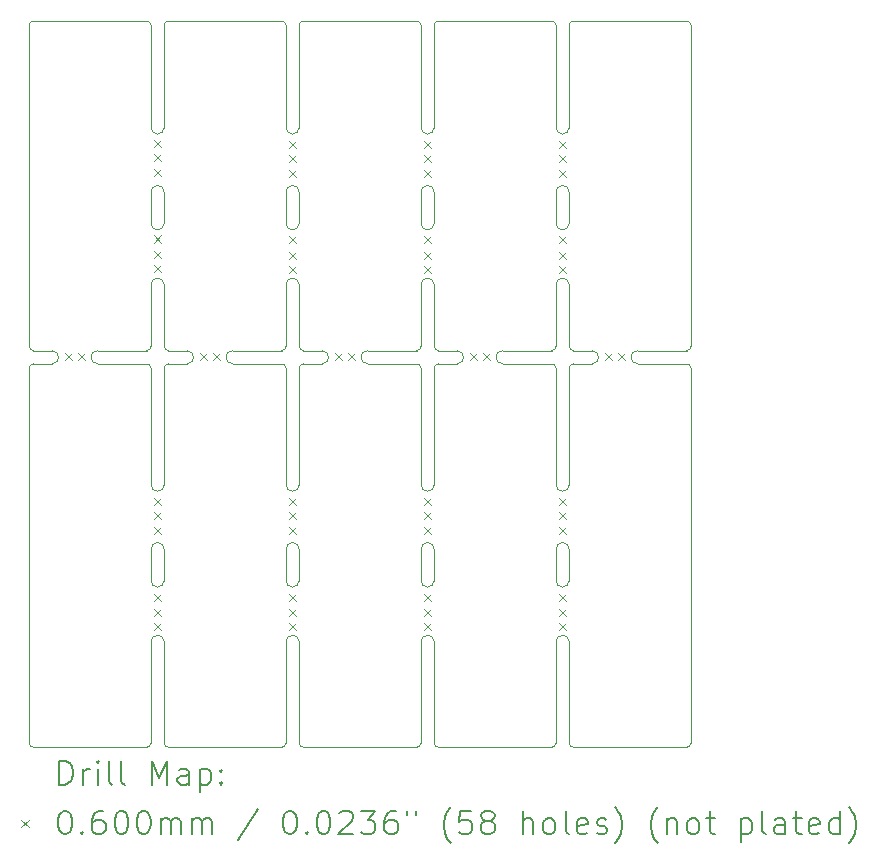
<source format=gbr>
%TF.GenerationSoftware,KiCad,Pcbnew,7.0.9*%
%TF.CreationDate,2023-12-28T16:33:40-08:00*%
%TF.ProjectId,soic breakouts,736f6963-2062-4726-9561-6b6f7574732e,rev?*%
%TF.SameCoordinates,Original*%
%TF.FileFunction,Drillmap*%
%TF.FilePolarity,Positive*%
%FSLAX45Y45*%
G04 Gerber Fmt 4.5, Leading zero omitted, Abs format (unit mm)*
G04 Created by KiCad (PCBNEW 7.0.9) date 2023-12-28 16:33:40*
%MOMM*%
%LPD*%
G01*
G04 APERTURE LIST*
%ADD10C,0.100000*%
%ADD11C,0.200000*%
G04 APERTURE END LIST*
D10*
X14170660Y-5839460D02*
X14587220Y-5839460D01*
X14170660Y-5839460D02*
G75*
G03*
X14170660Y-5951220I0J-55880D01*
G01*
X14587220Y-5951220D02*
X14170660Y-5951220D01*
X13784580Y-5839460D02*
X13627100Y-5839460D01*
X13784580Y-5951220D02*
G75*
G03*
X13784580Y-5839460I0J55880D01*
G01*
X13784580Y-5951220D02*
X13627100Y-5951220D01*
X13027660Y-5839460D02*
X13444220Y-5839460D01*
X12641580Y-5951220D02*
X12484100Y-5951220D01*
X13027660Y-5839460D02*
G75*
G03*
X13027660Y-5951220I0J-55880D01*
G01*
X13444220Y-5951220D02*
X13027660Y-5951220D01*
X12641580Y-5839460D02*
X12484100Y-5839460D01*
X12641580Y-5951220D02*
G75*
G03*
X12641580Y-5839460I0J55880D01*
G01*
X11884660Y-5839460D02*
G75*
G03*
X11884660Y-5951220I0J-55880D01*
G01*
X11884660Y-5839460D02*
X12301220Y-5839460D01*
X11498580Y-5951220D02*
X11341100Y-5951220D01*
X11498580Y-5839460D02*
X11341100Y-5839460D01*
X12301220Y-5951220D02*
X11884660Y-5951220D01*
X11498580Y-5951220D02*
G75*
G03*
X11498580Y-5839460I0J55880D01*
G01*
X10741660Y-5839460D02*
G75*
G03*
X10741660Y-5951220I0J-55880D01*
G01*
X10355580Y-5839460D02*
X10198100Y-5839460D01*
X10355580Y-5951220D02*
X10198100Y-5951220D01*
X10741660Y-5839460D02*
X11158220Y-5839460D01*
X10355580Y-5951220D02*
G75*
G03*
X10355580Y-5839460I0J55880D01*
G01*
X11158220Y-5951220D02*
X10741660Y-5951220D01*
X10015220Y-5951220D02*
X9598660Y-5951220D01*
X9598660Y-5839460D02*
X10015220Y-5839460D01*
X9212580Y-5951220D02*
X9055100Y-5951220D01*
X9212580Y-5839460D02*
X9055100Y-5839460D01*
X9598660Y-5839460D02*
G75*
G03*
X9598660Y-5951220I0J-55880D01*
G01*
X9212580Y-5951220D02*
G75*
G03*
X9212580Y-5839460I0J55880D01*
G01*
X13591540Y-7786513D02*
X13591540Y-7519813D01*
X13479780Y-7519813D02*
X13479780Y-7786513D01*
X13479780Y-7786513D02*
G75*
G03*
X13535660Y-7842393I55880J0D01*
G01*
X13479780Y-6974840D02*
G75*
G03*
X13535660Y-7030720I55880J0D01*
G01*
X13535660Y-7030720D02*
G75*
G03*
X13591540Y-6974840I0J55880D01*
G01*
X13591540Y-7519813D02*
G75*
G03*
X13535660Y-7463933I-55880J0D01*
G01*
X13591540Y-8304673D02*
G75*
G03*
X13535660Y-8248793I-55880J0D01*
G01*
X13535660Y-7842393D02*
G75*
G03*
X13591540Y-7786513I0J55880D01*
G01*
X13591540Y-8304673D02*
X13591540Y-9161780D01*
X13479780Y-9161780D02*
X13479780Y-8304673D01*
X13535660Y-8248793D02*
G75*
G03*
X13479780Y-8304673I0J-55880D01*
G01*
X13535660Y-7463933D02*
G75*
G03*
X13479780Y-7519813I0J-55880D01*
G01*
X13591540Y-6974840D02*
X13591540Y-5986780D01*
X13479780Y-5986780D02*
X13479780Y-6974840D01*
X12448540Y-7786513D02*
X12448540Y-7519813D01*
X12336780Y-7519813D02*
X12336780Y-7786513D01*
X12448540Y-8304673D02*
G75*
G03*
X12392660Y-8248793I-55880J0D01*
G01*
X12336780Y-7786513D02*
G75*
G03*
X12392660Y-7842393I55880J0D01*
G01*
X12336780Y-6974840D02*
G75*
G03*
X12392660Y-7030720I55880J0D01*
G01*
X12392660Y-7030720D02*
G75*
G03*
X12448540Y-6974840I0J55880D01*
G01*
X12448540Y-6974840D02*
X12448540Y-5986780D01*
X12448540Y-7519813D02*
G75*
G03*
X12392660Y-7463933I-55880J0D01*
G01*
X12392660Y-7842393D02*
G75*
G03*
X12448540Y-7786513I0J55880D01*
G01*
X12448540Y-8304673D02*
X12448540Y-9161780D01*
X12336780Y-9161780D02*
X12336780Y-8304673D01*
X12392660Y-8248793D02*
G75*
G03*
X12336780Y-8304673I0J-55880D01*
G01*
X12392660Y-7463933D02*
G75*
G03*
X12336780Y-7519813I0J-55880D01*
G01*
X12336780Y-5986780D02*
X12336780Y-6974840D01*
X11305540Y-7786513D02*
X11305540Y-7519813D01*
X11193780Y-7519813D02*
X11193780Y-7786513D01*
X11305540Y-8304673D02*
G75*
G03*
X11249660Y-8248793I-55880J0D01*
G01*
X11193780Y-7786513D02*
G75*
G03*
X11249660Y-7842393I55880J0D01*
G01*
X11193780Y-6974840D02*
G75*
G03*
X11249660Y-7030720I55880J0D01*
G01*
X11249660Y-7030720D02*
G75*
G03*
X11305540Y-6974840I0J55880D01*
G01*
X11305540Y-6974840D02*
X11305540Y-5986780D01*
X11305540Y-7519813D02*
G75*
G03*
X11249660Y-7463933I-55880J0D01*
G01*
X11249660Y-7842393D02*
G75*
G03*
X11305540Y-7786513I0J55880D01*
G01*
X11305540Y-8304673D02*
X11305540Y-9161780D01*
X11193780Y-9161780D02*
X11193780Y-8304673D01*
X11249660Y-8248793D02*
G75*
G03*
X11193780Y-8304673I0J-55880D01*
G01*
X11249660Y-7463933D02*
G75*
G03*
X11193780Y-7519813I0J-55880D01*
G01*
X11193780Y-5986780D02*
X11193780Y-6974840D01*
X11193780Y-5986780D02*
G75*
G03*
X11158220Y-5951220I-35560J0D01*
G01*
X10198100Y-5951220D02*
G75*
G03*
X10162540Y-5986780I0J-35560D01*
G01*
X10162540Y-9161780D02*
G75*
G03*
X10198100Y-9197340I35560J0D01*
G01*
X11158220Y-9197340D02*
G75*
G03*
X11193780Y-9161780I0J35560D01*
G01*
X10198100Y-9197340D02*
X11158220Y-9197340D01*
X10106660Y-7030720D02*
G75*
G03*
X10162540Y-6974840I0J55880D01*
G01*
X10106660Y-7842393D02*
G75*
G03*
X10162540Y-7786513I0J55880D01*
G01*
X10162540Y-8304673D02*
G75*
G03*
X10106660Y-8248793I-55880J0D01*
G01*
X10162540Y-7519813D02*
G75*
G03*
X10106660Y-7463933I-55880J0D01*
G01*
X10162540Y-8304673D02*
X10162540Y-9161780D01*
X10050780Y-9161780D02*
X10050780Y-8304673D01*
X10050780Y-7786513D02*
G75*
G03*
X10106660Y-7842393I55880J0D01*
G01*
X10050780Y-6974840D02*
G75*
G03*
X10106660Y-7030720I55880J0D01*
G01*
X10162540Y-7786513D02*
X10162540Y-7519813D01*
X10050780Y-5986780D02*
X10050780Y-6974840D01*
X10106660Y-8248793D02*
G75*
G03*
X10050780Y-8304673I0J-55880D01*
G01*
X10106660Y-7463933D02*
G75*
G03*
X10050780Y-7519813I0J-55880D01*
G01*
X10162540Y-6974840D02*
X10162540Y-5986780D01*
X10050780Y-7519813D02*
X10050780Y-7786513D01*
X13627100Y-9197340D02*
X14587220Y-9197340D01*
X14587220Y-9197340D02*
G75*
G03*
X14622780Y-9161780I0J35560D01*
G01*
X14622780Y-9161780D02*
X14622780Y-5986780D01*
X14622780Y-5986780D02*
G75*
G03*
X14587220Y-5951220I-35560J0D01*
G01*
X13627100Y-5951220D02*
G75*
G03*
X13591540Y-5986780I0J-35560D01*
G01*
X13591540Y-9161780D02*
G75*
G03*
X13627100Y-9197340I35560J0D01*
G01*
X11341100Y-9197340D02*
X12301220Y-9197340D01*
X12301220Y-9197340D02*
G75*
G03*
X12336780Y-9161780I0J35560D01*
G01*
X12336780Y-5986780D02*
G75*
G03*
X12301220Y-5951220I-35560J0D01*
G01*
X11305540Y-9161780D02*
G75*
G03*
X11341100Y-9197340I35560J0D01*
G01*
X11341100Y-5951220D02*
G75*
G03*
X11305540Y-5986780I0J-35560D01*
G01*
X12484100Y-9197340D02*
X13444220Y-9197340D01*
X13444220Y-9197340D02*
G75*
G03*
X13479780Y-9161780I0J35560D01*
G01*
X12484100Y-5951220D02*
G75*
G03*
X12448540Y-5986780I0J-35560D01*
G01*
X13479780Y-5986780D02*
G75*
G03*
X13444220Y-5951220I-35560J0D01*
G01*
X12448540Y-9161780D02*
G75*
G03*
X12484100Y-9197340I35560J0D01*
G01*
X9055100Y-9197340D02*
X10015220Y-9197340D01*
X10015220Y-9197340D02*
G75*
G03*
X10050780Y-9161780I0J35560D01*
G01*
X10050780Y-5986780D02*
G75*
G03*
X10015220Y-5951220I-35560J0D01*
G01*
X9019540Y-9161780D02*
G75*
G03*
X9055100Y-9197340I35560J0D01*
G01*
X9055100Y-5951220D02*
G75*
G03*
X9019540Y-5986780I0J-35560D01*
G01*
X9019540Y-5986780D02*
X9019540Y-9161780D01*
X10162540Y-5280660D02*
G75*
G03*
X10106660Y-5224780I-55880J0D01*
G01*
X10106660Y-4818380D02*
G75*
G03*
X10162540Y-4762500I0J55880D01*
G01*
X10162540Y-4495800D02*
G75*
G03*
X10106660Y-4439920I-55880J0D01*
G01*
X10106660Y-4006707D02*
G75*
G03*
X10162540Y-3950827I0J55880D01*
G01*
X10106660Y-5224780D02*
G75*
G03*
X10050780Y-5280660I0J-55880D01*
G01*
X10106660Y-4439920D02*
G75*
G03*
X10050780Y-4495800I0J-55880D01*
G01*
X10050780Y-4762500D02*
G75*
G03*
X10106660Y-4818380I55880J0D01*
G01*
X10050780Y-3950827D02*
G75*
G03*
X10106660Y-4006707I55880J0D01*
G01*
X10050780Y-4495800D02*
X10050780Y-4762500D01*
X10050780Y-5803900D02*
X10050780Y-5280660D01*
X10162540Y-5280660D02*
X10162540Y-5803900D01*
X10162540Y-4762500D02*
X10162540Y-4495800D01*
X10050780Y-3083560D02*
G75*
G03*
X10015220Y-3048000I-35560J0D01*
G01*
X9019540Y-5803900D02*
X9019540Y-3083560D01*
X9019540Y-5803900D02*
G75*
G03*
X9055100Y-5839460I35560J0D01*
G01*
X9055100Y-3048000D02*
G75*
G03*
X9019540Y-3083560I0J-35560D01*
G01*
X10015220Y-5839460D02*
G75*
G03*
X10050780Y-5803900I0J35560D01*
G01*
X9055100Y-3048000D02*
X10015220Y-3048000D01*
X10050780Y-3083560D02*
X10050780Y-3950827D01*
X10162540Y-3950827D02*
X10162540Y-3083560D01*
X12448540Y-5803900D02*
X12448540Y-5280660D01*
X12336780Y-5280660D02*
X12336780Y-5803900D01*
X12448540Y-3083560D02*
X12448540Y-3950827D01*
X12336780Y-3950827D02*
X12336780Y-3083560D01*
X12448540Y-5280660D02*
G75*
G03*
X12392660Y-5224780I-55880J0D01*
G01*
X12392660Y-5224780D02*
G75*
G03*
X12336780Y-5280660I0J-55880D01*
G01*
X12448540Y-4495800D02*
G75*
G03*
X12392660Y-4439920I-55880J0D01*
G01*
X12392660Y-4439920D02*
G75*
G03*
X12336780Y-4495800I0J-55880D01*
G01*
X12336780Y-4762500D02*
G75*
G03*
X12392660Y-4818380I55880J0D01*
G01*
X12392660Y-4818380D02*
G75*
G03*
X12448540Y-4762500I0J55880D01*
G01*
X12336780Y-3950827D02*
G75*
G03*
X12392660Y-4006707I55880J0D01*
G01*
X12392660Y-4006707D02*
G75*
G03*
X12448540Y-3950827I0J55880D01*
G01*
X12336780Y-4495800D02*
X12336780Y-4762500D01*
X12448540Y-4762500D02*
X12448540Y-4495800D01*
X14622780Y-3083560D02*
G75*
G03*
X14587220Y-3048000I-35560J0D01*
G01*
X13627100Y-3048000D02*
X14587220Y-3048000D01*
X14622780Y-3083560D02*
X14622780Y-5803900D01*
X13591540Y-5803900D02*
G75*
G03*
X13627100Y-5839460I35560J0D01*
G01*
X14587220Y-5839460D02*
G75*
G03*
X14622780Y-5803900I0J35560D01*
G01*
X13627100Y-3048000D02*
G75*
G03*
X13591540Y-3083560I0J-35560D01*
G01*
X13591540Y-5280660D02*
G75*
G03*
X13535660Y-5224780I-55880J0D01*
G01*
X13535660Y-5224780D02*
G75*
G03*
X13479780Y-5280660I0J-55880D01*
G01*
X13591540Y-4495800D02*
G75*
G03*
X13535660Y-4439920I-55880J0D01*
G01*
X13535660Y-4439920D02*
G75*
G03*
X13479780Y-4495800I0J-55880D01*
G01*
X13479780Y-4762500D02*
G75*
G03*
X13535660Y-4818380I55880J0D01*
G01*
X13535660Y-4818380D02*
G75*
G03*
X13591540Y-4762500I0J55880D01*
G01*
X13479780Y-3950827D02*
G75*
G03*
X13535660Y-4006707I55880J0D01*
G01*
X13535660Y-4006707D02*
G75*
G03*
X13591540Y-3950827I0J55880D01*
G01*
X13479780Y-4495800D02*
X13479780Y-4762500D01*
X13479780Y-5803900D02*
X13479780Y-5280660D01*
X13591540Y-5280660D02*
X13591540Y-5803900D01*
X13591540Y-4762500D02*
X13591540Y-4495800D01*
X13479780Y-3083560D02*
G75*
G03*
X13444220Y-3048000I-35560J0D01*
G01*
X12448540Y-5803900D02*
G75*
G03*
X12484100Y-5839460I35560J0D01*
G01*
X12484100Y-3048000D02*
G75*
G03*
X12448540Y-3083560I0J-35560D01*
G01*
X13444220Y-5839460D02*
G75*
G03*
X13479780Y-5803900I0J35560D01*
G01*
X12484100Y-3048000D02*
X13444220Y-3048000D01*
X13479780Y-3083560D02*
X13479780Y-3950827D01*
X13591540Y-3950827D02*
X13591540Y-3083560D01*
X11305540Y-5280660D02*
G75*
G03*
X11249660Y-5224780I-55880J0D01*
G01*
X11249660Y-5224780D02*
G75*
G03*
X11193780Y-5280660I0J-55880D01*
G01*
X11305540Y-4495800D02*
G75*
G03*
X11249660Y-4439920I-55880J0D01*
G01*
X11249660Y-4439920D02*
G75*
G03*
X11193780Y-4495800I0J-55880D01*
G01*
X11193780Y-4762500D02*
G75*
G03*
X11249660Y-4818380I55880J0D01*
G01*
X11249660Y-4818380D02*
G75*
G03*
X11305540Y-4762500I0J55880D01*
G01*
X11193780Y-3950827D02*
G75*
G03*
X11249660Y-4006707I55880J0D01*
G01*
X11249660Y-4006707D02*
G75*
G03*
X11305540Y-3950827I0J55880D01*
G01*
X11305540Y-4762500D02*
X11305540Y-4495800D01*
X11193780Y-4495800D02*
X11193780Y-4762500D01*
X11193780Y-5803900D02*
X11193780Y-5280660D01*
X11305540Y-5280660D02*
X11305540Y-5803900D01*
X11305540Y-3950827D02*
X11305540Y-3083560D01*
X11193780Y-3083560D02*
X11193780Y-3950827D01*
X12336780Y-3083560D02*
G75*
G03*
X12301220Y-3048000I-35560J0D01*
G01*
X11305540Y-5803900D02*
G75*
G03*
X11341100Y-5839460I35560J0D01*
G01*
X11341100Y-3048000D02*
X12301220Y-3048000D01*
X11341100Y-3048000D02*
G75*
G03*
X11305540Y-3083560I0J-35560D01*
G01*
X12301220Y-5839460D02*
G75*
G03*
X12336780Y-5803900I0J35560D01*
G01*
X11193780Y-3083560D02*
G75*
G03*
X11158220Y-3048000I-35560J0D01*
G01*
X10162540Y-5803900D02*
G75*
G03*
X10198100Y-5839460I35560J0D01*
G01*
X11158220Y-5839460D02*
G75*
G03*
X11193780Y-5803900I0J35560D01*
G01*
X10198100Y-3048000D02*
X11158220Y-3048000D01*
X10198100Y-3048000D02*
G75*
G03*
X10162540Y-3083560I0J-35560D01*
G01*
D11*
D10*
X9319740Y-5862800D02*
X9379740Y-5922800D01*
X9379740Y-5862800D02*
X9319740Y-5922800D01*
X9431500Y-5862800D02*
X9491500Y-5922800D01*
X9491500Y-5862800D02*
X9431500Y-5922800D01*
X10074120Y-4056860D02*
X10134120Y-4116860D01*
X10134120Y-4056860D02*
X10074120Y-4116860D01*
X10074120Y-4176240D02*
X10134120Y-4236240D01*
X10134120Y-4176240D02*
X10074120Y-4236240D01*
X10074120Y-4303240D02*
X10134120Y-4363240D01*
X10134120Y-4303240D02*
X10074120Y-4363240D01*
X10074120Y-7089620D02*
X10134120Y-7149620D01*
X10134120Y-7089620D02*
X10074120Y-7149620D01*
X10074120Y-7209000D02*
X10134120Y-7269000D01*
X10134120Y-7209000D02*
X10074120Y-7269000D01*
X10074120Y-7336000D02*
X10134120Y-7396000D01*
X10134120Y-7336000D02*
X10074120Y-7396000D01*
X10076660Y-4864580D02*
X10136660Y-4924580D01*
X10136660Y-4864580D02*
X10076660Y-4924580D01*
X10076660Y-4996660D02*
X10136660Y-5056660D01*
X10136660Y-4996660D02*
X10076660Y-5056660D01*
X10076660Y-5113500D02*
X10136660Y-5173500D01*
X10136660Y-5113500D02*
X10076660Y-5173500D01*
X10076660Y-7897340D02*
X10136660Y-7957340D01*
X10136660Y-7897340D02*
X10076660Y-7957340D01*
X10076660Y-8029420D02*
X10136660Y-8089420D01*
X10136660Y-8029420D02*
X10076660Y-8089420D01*
X10076660Y-8146260D02*
X10136660Y-8206260D01*
X10136660Y-8146260D02*
X10076660Y-8206260D01*
X10462740Y-5862800D02*
X10522740Y-5922800D01*
X10522740Y-5862800D02*
X10462740Y-5922800D01*
X10574500Y-5862800D02*
X10634500Y-5922800D01*
X10634500Y-5862800D02*
X10574500Y-5922800D01*
X11217120Y-7089620D02*
X11277120Y-7149620D01*
X11277120Y-7089620D02*
X11217120Y-7149620D01*
X11217120Y-7209000D02*
X11277120Y-7269000D01*
X11277120Y-7209000D02*
X11217120Y-7269000D01*
X11217120Y-7336000D02*
X11277120Y-7396000D01*
X11277120Y-7336000D02*
X11217120Y-7396000D01*
X11219660Y-4064480D02*
X11279660Y-4124480D01*
X11279660Y-4064480D02*
X11219660Y-4124480D01*
X11219660Y-4183860D02*
X11279660Y-4243860D01*
X11279660Y-4183860D02*
X11219660Y-4243860D01*
X11219660Y-4310860D02*
X11279660Y-4370860D01*
X11279660Y-4310860D02*
X11219660Y-4370860D01*
X11219660Y-7897340D02*
X11279660Y-7957340D01*
X11279660Y-7897340D02*
X11219660Y-7957340D01*
X11219660Y-8029420D02*
X11279660Y-8089420D01*
X11279660Y-8029420D02*
X11219660Y-8089420D01*
X11219660Y-8146260D02*
X11279660Y-8206260D01*
X11279660Y-8146260D02*
X11219660Y-8206260D01*
X11222200Y-4872200D02*
X11282200Y-4932200D01*
X11282200Y-4872200D02*
X11222200Y-4932200D01*
X11222200Y-5004280D02*
X11282200Y-5064280D01*
X11282200Y-5004280D02*
X11222200Y-5064280D01*
X11222200Y-5121120D02*
X11282200Y-5181120D01*
X11282200Y-5121120D02*
X11222200Y-5181120D01*
X11605740Y-5862800D02*
X11665740Y-5922800D01*
X11665740Y-5862800D02*
X11605740Y-5922800D01*
X11717500Y-5862800D02*
X11777500Y-5922800D01*
X11777500Y-5862800D02*
X11717500Y-5922800D01*
X12360120Y-4064480D02*
X12420120Y-4124480D01*
X12420120Y-4064480D02*
X12360120Y-4124480D01*
X12360120Y-4183860D02*
X12420120Y-4243860D01*
X12420120Y-4183860D02*
X12360120Y-4243860D01*
X12360120Y-4310860D02*
X12420120Y-4370860D01*
X12420120Y-4310860D02*
X12360120Y-4370860D01*
X12360120Y-7089620D02*
X12420120Y-7149620D01*
X12420120Y-7089620D02*
X12360120Y-7149620D01*
X12360120Y-7209000D02*
X12420120Y-7269000D01*
X12420120Y-7209000D02*
X12360120Y-7269000D01*
X12360120Y-7336000D02*
X12420120Y-7396000D01*
X12420120Y-7336000D02*
X12360120Y-7396000D01*
X12362660Y-4872200D02*
X12422660Y-4932200D01*
X12422660Y-4872200D02*
X12362660Y-4932200D01*
X12362660Y-5004280D02*
X12422660Y-5064280D01*
X12422660Y-5004280D02*
X12362660Y-5064280D01*
X12362660Y-5121120D02*
X12422660Y-5181120D01*
X12422660Y-5121120D02*
X12362660Y-5181120D01*
X12362660Y-7897340D02*
X12422660Y-7957340D01*
X12422660Y-7897340D02*
X12362660Y-7957340D01*
X12362660Y-8029420D02*
X12422660Y-8089420D01*
X12422660Y-8029420D02*
X12362660Y-8089420D01*
X12362660Y-8146260D02*
X12422660Y-8206260D01*
X12422660Y-8146260D02*
X12362660Y-8206260D01*
X12748740Y-5862800D02*
X12808740Y-5922800D01*
X12808740Y-5862800D02*
X12748740Y-5922800D01*
X12860500Y-5862800D02*
X12920500Y-5922800D01*
X12920500Y-5862800D02*
X12860500Y-5922800D01*
X13505660Y-4064480D02*
X13565660Y-4124480D01*
X13565660Y-4064480D02*
X13505660Y-4124480D01*
X13505660Y-4183860D02*
X13565660Y-4243860D01*
X13565660Y-4183860D02*
X13505660Y-4243860D01*
X13505660Y-4310860D02*
X13565660Y-4370860D01*
X13565660Y-4310860D02*
X13505660Y-4370860D01*
X13505660Y-7089620D02*
X13565660Y-7149620D01*
X13565660Y-7089620D02*
X13505660Y-7149620D01*
X13505660Y-7209000D02*
X13565660Y-7269000D01*
X13565660Y-7209000D02*
X13505660Y-7269000D01*
X13505660Y-7336000D02*
X13565660Y-7396000D01*
X13565660Y-7336000D02*
X13505660Y-7396000D01*
X13508200Y-4872200D02*
X13568200Y-4932200D01*
X13568200Y-4872200D02*
X13508200Y-4932200D01*
X13508200Y-5004280D02*
X13568200Y-5064280D01*
X13568200Y-5004280D02*
X13508200Y-5064280D01*
X13508200Y-5121120D02*
X13568200Y-5181120D01*
X13568200Y-5121120D02*
X13508200Y-5181120D01*
X13508200Y-7897340D02*
X13568200Y-7957340D01*
X13568200Y-7897340D02*
X13508200Y-7957340D01*
X13508200Y-8029420D02*
X13568200Y-8089420D01*
X13568200Y-8029420D02*
X13508200Y-8089420D01*
X13508200Y-8146260D02*
X13568200Y-8206260D01*
X13568200Y-8146260D02*
X13508200Y-8206260D01*
X13891740Y-5862800D02*
X13951740Y-5922800D01*
X13951740Y-5862800D02*
X13891740Y-5922800D01*
X14003500Y-5862800D02*
X14063500Y-5922800D01*
X14063500Y-5862800D02*
X14003500Y-5922800D01*
D11*
X9275317Y-9513824D02*
X9275317Y-9313824D01*
X9275317Y-9313824D02*
X9322936Y-9313824D01*
X9322936Y-9313824D02*
X9351507Y-9323348D01*
X9351507Y-9323348D02*
X9370555Y-9342395D01*
X9370555Y-9342395D02*
X9380079Y-9361443D01*
X9380079Y-9361443D02*
X9389603Y-9399538D01*
X9389603Y-9399538D02*
X9389603Y-9428110D01*
X9389603Y-9428110D02*
X9380079Y-9466205D01*
X9380079Y-9466205D02*
X9370555Y-9485252D01*
X9370555Y-9485252D02*
X9351507Y-9504300D01*
X9351507Y-9504300D02*
X9322936Y-9513824D01*
X9322936Y-9513824D02*
X9275317Y-9513824D01*
X9475317Y-9513824D02*
X9475317Y-9380490D01*
X9475317Y-9418586D02*
X9484841Y-9399538D01*
X9484841Y-9399538D02*
X9494364Y-9390014D01*
X9494364Y-9390014D02*
X9513412Y-9380490D01*
X9513412Y-9380490D02*
X9532460Y-9380490D01*
X9599126Y-9513824D02*
X9599126Y-9380490D01*
X9599126Y-9313824D02*
X9589603Y-9323348D01*
X9589603Y-9323348D02*
X9599126Y-9332871D01*
X9599126Y-9332871D02*
X9608650Y-9323348D01*
X9608650Y-9323348D02*
X9599126Y-9313824D01*
X9599126Y-9313824D02*
X9599126Y-9332871D01*
X9722936Y-9513824D02*
X9703888Y-9504300D01*
X9703888Y-9504300D02*
X9694364Y-9485252D01*
X9694364Y-9485252D02*
X9694364Y-9313824D01*
X9827698Y-9513824D02*
X9808650Y-9504300D01*
X9808650Y-9504300D02*
X9799126Y-9485252D01*
X9799126Y-9485252D02*
X9799126Y-9313824D01*
X10056269Y-9513824D02*
X10056269Y-9313824D01*
X10056269Y-9313824D02*
X10122936Y-9456681D01*
X10122936Y-9456681D02*
X10189603Y-9313824D01*
X10189603Y-9313824D02*
X10189603Y-9513824D01*
X10370555Y-9513824D02*
X10370555Y-9409062D01*
X10370555Y-9409062D02*
X10361031Y-9390014D01*
X10361031Y-9390014D02*
X10341984Y-9380490D01*
X10341984Y-9380490D02*
X10303888Y-9380490D01*
X10303888Y-9380490D02*
X10284841Y-9390014D01*
X10370555Y-9504300D02*
X10351507Y-9513824D01*
X10351507Y-9513824D02*
X10303888Y-9513824D01*
X10303888Y-9513824D02*
X10284841Y-9504300D01*
X10284841Y-9504300D02*
X10275317Y-9485252D01*
X10275317Y-9485252D02*
X10275317Y-9466205D01*
X10275317Y-9466205D02*
X10284841Y-9447157D01*
X10284841Y-9447157D02*
X10303888Y-9437633D01*
X10303888Y-9437633D02*
X10351507Y-9437633D01*
X10351507Y-9437633D02*
X10370555Y-9428110D01*
X10465793Y-9380490D02*
X10465793Y-9580490D01*
X10465793Y-9390014D02*
X10484841Y-9380490D01*
X10484841Y-9380490D02*
X10522936Y-9380490D01*
X10522936Y-9380490D02*
X10541984Y-9390014D01*
X10541984Y-9390014D02*
X10551507Y-9399538D01*
X10551507Y-9399538D02*
X10561031Y-9418586D01*
X10561031Y-9418586D02*
X10561031Y-9475729D01*
X10561031Y-9475729D02*
X10551507Y-9494776D01*
X10551507Y-9494776D02*
X10541984Y-9504300D01*
X10541984Y-9504300D02*
X10522936Y-9513824D01*
X10522936Y-9513824D02*
X10484841Y-9513824D01*
X10484841Y-9513824D02*
X10465793Y-9504300D01*
X10646745Y-9494776D02*
X10656269Y-9504300D01*
X10656269Y-9504300D02*
X10646745Y-9513824D01*
X10646745Y-9513824D02*
X10637222Y-9504300D01*
X10637222Y-9504300D02*
X10646745Y-9494776D01*
X10646745Y-9494776D02*
X10646745Y-9513824D01*
X10646745Y-9390014D02*
X10656269Y-9399538D01*
X10656269Y-9399538D02*
X10646745Y-9409062D01*
X10646745Y-9409062D02*
X10637222Y-9399538D01*
X10637222Y-9399538D02*
X10646745Y-9390014D01*
X10646745Y-9390014D02*
X10646745Y-9409062D01*
D10*
X8954540Y-9812340D02*
X9014540Y-9872340D01*
X9014540Y-9812340D02*
X8954540Y-9872340D01*
D11*
X9313412Y-9733824D02*
X9332460Y-9733824D01*
X9332460Y-9733824D02*
X9351507Y-9743348D01*
X9351507Y-9743348D02*
X9361031Y-9752871D01*
X9361031Y-9752871D02*
X9370555Y-9771919D01*
X9370555Y-9771919D02*
X9380079Y-9810014D01*
X9380079Y-9810014D02*
X9380079Y-9857633D01*
X9380079Y-9857633D02*
X9370555Y-9895729D01*
X9370555Y-9895729D02*
X9361031Y-9914776D01*
X9361031Y-9914776D02*
X9351507Y-9924300D01*
X9351507Y-9924300D02*
X9332460Y-9933824D01*
X9332460Y-9933824D02*
X9313412Y-9933824D01*
X9313412Y-9933824D02*
X9294364Y-9924300D01*
X9294364Y-9924300D02*
X9284841Y-9914776D01*
X9284841Y-9914776D02*
X9275317Y-9895729D01*
X9275317Y-9895729D02*
X9265793Y-9857633D01*
X9265793Y-9857633D02*
X9265793Y-9810014D01*
X9265793Y-9810014D02*
X9275317Y-9771919D01*
X9275317Y-9771919D02*
X9284841Y-9752871D01*
X9284841Y-9752871D02*
X9294364Y-9743348D01*
X9294364Y-9743348D02*
X9313412Y-9733824D01*
X9465793Y-9914776D02*
X9475317Y-9924300D01*
X9475317Y-9924300D02*
X9465793Y-9933824D01*
X9465793Y-9933824D02*
X9456269Y-9924300D01*
X9456269Y-9924300D02*
X9465793Y-9914776D01*
X9465793Y-9914776D02*
X9465793Y-9933824D01*
X9646745Y-9733824D02*
X9608650Y-9733824D01*
X9608650Y-9733824D02*
X9589603Y-9743348D01*
X9589603Y-9743348D02*
X9580079Y-9752871D01*
X9580079Y-9752871D02*
X9561031Y-9781443D01*
X9561031Y-9781443D02*
X9551507Y-9819538D01*
X9551507Y-9819538D02*
X9551507Y-9895729D01*
X9551507Y-9895729D02*
X9561031Y-9914776D01*
X9561031Y-9914776D02*
X9570555Y-9924300D01*
X9570555Y-9924300D02*
X9589603Y-9933824D01*
X9589603Y-9933824D02*
X9627698Y-9933824D01*
X9627698Y-9933824D02*
X9646745Y-9924300D01*
X9646745Y-9924300D02*
X9656269Y-9914776D01*
X9656269Y-9914776D02*
X9665793Y-9895729D01*
X9665793Y-9895729D02*
X9665793Y-9848110D01*
X9665793Y-9848110D02*
X9656269Y-9829062D01*
X9656269Y-9829062D02*
X9646745Y-9819538D01*
X9646745Y-9819538D02*
X9627698Y-9810014D01*
X9627698Y-9810014D02*
X9589603Y-9810014D01*
X9589603Y-9810014D02*
X9570555Y-9819538D01*
X9570555Y-9819538D02*
X9561031Y-9829062D01*
X9561031Y-9829062D02*
X9551507Y-9848110D01*
X9789603Y-9733824D02*
X9808650Y-9733824D01*
X9808650Y-9733824D02*
X9827698Y-9743348D01*
X9827698Y-9743348D02*
X9837222Y-9752871D01*
X9837222Y-9752871D02*
X9846745Y-9771919D01*
X9846745Y-9771919D02*
X9856269Y-9810014D01*
X9856269Y-9810014D02*
X9856269Y-9857633D01*
X9856269Y-9857633D02*
X9846745Y-9895729D01*
X9846745Y-9895729D02*
X9837222Y-9914776D01*
X9837222Y-9914776D02*
X9827698Y-9924300D01*
X9827698Y-9924300D02*
X9808650Y-9933824D01*
X9808650Y-9933824D02*
X9789603Y-9933824D01*
X9789603Y-9933824D02*
X9770555Y-9924300D01*
X9770555Y-9924300D02*
X9761031Y-9914776D01*
X9761031Y-9914776D02*
X9751507Y-9895729D01*
X9751507Y-9895729D02*
X9741984Y-9857633D01*
X9741984Y-9857633D02*
X9741984Y-9810014D01*
X9741984Y-9810014D02*
X9751507Y-9771919D01*
X9751507Y-9771919D02*
X9761031Y-9752871D01*
X9761031Y-9752871D02*
X9770555Y-9743348D01*
X9770555Y-9743348D02*
X9789603Y-9733824D01*
X9980079Y-9733824D02*
X9999126Y-9733824D01*
X9999126Y-9733824D02*
X10018174Y-9743348D01*
X10018174Y-9743348D02*
X10027698Y-9752871D01*
X10027698Y-9752871D02*
X10037222Y-9771919D01*
X10037222Y-9771919D02*
X10046745Y-9810014D01*
X10046745Y-9810014D02*
X10046745Y-9857633D01*
X10046745Y-9857633D02*
X10037222Y-9895729D01*
X10037222Y-9895729D02*
X10027698Y-9914776D01*
X10027698Y-9914776D02*
X10018174Y-9924300D01*
X10018174Y-9924300D02*
X9999126Y-9933824D01*
X9999126Y-9933824D02*
X9980079Y-9933824D01*
X9980079Y-9933824D02*
X9961031Y-9924300D01*
X9961031Y-9924300D02*
X9951507Y-9914776D01*
X9951507Y-9914776D02*
X9941984Y-9895729D01*
X9941984Y-9895729D02*
X9932460Y-9857633D01*
X9932460Y-9857633D02*
X9932460Y-9810014D01*
X9932460Y-9810014D02*
X9941984Y-9771919D01*
X9941984Y-9771919D02*
X9951507Y-9752871D01*
X9951507Y-9752871D02*
X9961031Y-9743348D01*
X9961031Y-9743348D02*
X9980079Y-9733824D01*
X10132460Y-9933824D02*
X10132460Y-9800490D01*
X10132460Y-9819538D02*
X10141984Y-9810014D01*
X10141984Y-9810014D02*
X10161031Y-9800490D01*
X10161031Y-9800490D02*
X10189603Y-9800490D01*
X10189603Y-9800490D02*
X10208650Y-9810014D01*
X10208650Y-9810014D02*
X10218174Y-9829062D01*
X10218174Y-9829062D02*
X10218174Y-9933824D01*
X10218174Y-9829062D02*
X10227698Y-9810014D01*
X10227698Y-9810014D02*
X10246745Y-9800490D01*
X10246745Y-9800490D02*
X10275317Y-9800490D01*
X10275317Y-9800490D02*
X10294365Y-9810014D01*
X10294365Y-9810014D02*
X10303888Y-9829062D01*
X10303888Y-9829062D02*
X10303888Y-9933824D01*
X10399126Y-9933824D02*
X10399126Y-9800490D01*
X10399126Y-9819538D02*
X10408650Y-9810014D01*
X10408650Y-9810014D02*
X10427698Y-9800490D01*
X10427698Y-9800490D02*
X10456269Y-9800490D01*
X10456269Y-9800490D02*
X10475317Y-9810014D01*
X10475317Y-9810014D02*
X10484841Y-9829062D01*
X10484841Y-9829062D02*
X10484841Y-9933824D01*
X10484841Y-9829062D02*
X10494365Y-9810014D01*
X10494365Y-9810014D02*
X10513412Y-9800490D01*
X10513412Y-9800490D02*
X10541984Y-9800490D01*
X10541984Y-9800490D02*
X10561031Y-9810014D01*
X10561031Y-9810014D02*
X10570555Y-9829062D01*
X10570555Y-9829062D02*
X10570555Y-9933824D01*
X10961031Y-9724300D02*
X10789603Y-9981443D01*
X11218174Y-9733824D02*
X11237222Y-9733824D01*
X11237222Y-9733824D02*
X11256269Y-9743348D01*
X11256269Y-9743348D02*
X11265793Y-9752871D01*
X11265793Y-9752871D02*
X11275317Y-9771919D01*
X11275317Y-9771919D02*
X11284841Y-9810014D01*
X11284841Y-9810014D02*
X11284841Y-9857633D01*
X11284841Y-9857633D02*
X11275317Y-9895729D01*
X11275317Y-9895729D02*
X11265793Y-9914776D01*
X11265793Y-9914776D02*
X11256269Y-9924300D01*
X11256269Y-9924300D02*
X11237222Y-9933824D01*
X11237222Y-9933824D02*
X11218174Y-9933824D01*
X11218174Y-9933824D02*
X11199126Y-9924300D01*
X11199126Y-9924300D02*
X11189603Y-9914776D01*
X11189603Y-9914776D02*
X11180079Y-9895729D01*
X11180079Y-9895729D02*
X11170555Y-9857633D01*
X11170555Y-9857633D02*
X11170555Y-9810014D01*
X11170555Y-9810014D02*
X11180079Y-9771919D01*
X11180079Y-9771919D02*
X11189603Y-9752871D01*
X11189603Y-9752871D02*
X11199126Y-9743348D01*
X11199126Y-9743348D02*
X11218174Y-9733824D01*
X11370555Y-9914776D02*
X11380079Y-9924300D01*
X11380079Y-9924300D02*
X11370555Y-9933824D01*
X11370555Y-9933824D02*
X11361031Y-9924300D01*
X11361031Y-9924300D02*
X11370555Y-9914776D01*
X11370555Y-9914776D02*
X11370555Y-9933824D01*
X11503888Y-9733824D02*
X11522936Y-9733824D01*
X11522936Y-9733824D02*
X11541984Y-9743348D01*
X11541984Y-9743348D02*
X11551507Y-9752871D01*
X11551507Y-9752871D02*
X11561031Y-9771919D01*
X11561031Y-9771919D02*
X11570555Y-9810014D01*
X11570555Y-9810014D02*
X11570555Y-9857633D01*
X11570555Y-9857633D02*
X11561031Y-9895729D01*
X11561031Y-9895729D02*
X11551507Y-9914776D01*
X11551507Y-9914776D02*
X11541984Y-9924300D01*
X11541984Y-9924300D02*
X11522936Y-9933824D01*
X11522936Y-9933824D02*
X11503888Y-9933824D01*
X11503888Y-9933824D02*
X11484841Y-9924300D01*
X11484841Y-9924300D02*
X11475317Y-9914776D01*
X11475317Y-9914776D02*
X11465793Y-9895729D01*
X11465793Y-9895729D02*
X11456269Y-9857633D01*
X11456269Y-9857633D02*
X11456269Y-9810014D01*
X11456269Y-9810014D02*
X11465793Y-9771919D01*
X11465793Y-9771919D02*
X11475317Y-9752871D01*
X11475317Y-9752871D02*
X11484841Y-9743348D01*
X11484841Y-9743348D02*
X11503888Y-9733824D01*
X11646746Y-9752871D02*
X11656269Y-9743348D01*
X11656269Y-9743348D02*
X11675317Y-9733824D01*
X11675317Y-9733824D02*
X11722936Y-9733824D01*
X11722936Y-9733824D02*
X11741984Y-9743348D01*
X11741984Y-9743348D02*
X11751507Y-9752871D01*
X11751507Y-9752871D02*
X11761031Y-9771919D01*
X11761031Y-9771919D02*
X11761031Y-9790967D01*
X11761031Y-9790967D02*
X11751507Y-9819538D01*
X11751507Y-9819538D02*
X11637222Y-9933824D01*
X11637222Y-9933824D02*
X11761031Y-9933824D01*
X11827698Y-9733824D02*
X11951507Y-9733824D01*
X11951507Y-9733824D02*
X11884841Y-9810014D01*
X11884841Y-9810014D02*
X11913412Y-9810014D01*
X11913412Y-9810014D02*
X11932460Y-9819538D01*
X11932460Y-9819538D02*
X11941984Y-9829062D01*
X11941984Y-9829062D02*
X11951507Y-9848110D01*
X11951507Y-9848110D02*
X11951507Y-9895729D01*
X11951507Y-9895729D02*
X11941984Y-9914776D01*
X11941984Y-9914776D02*
X11932460Y-9924300D01*
X11932460Y-9924300D02*
X11913412Y-9933824D01*
X11913412Y-9933824D02*
X11856269Y-9933824D01*
X11856269Y-9933824D02*
X11837222Y-9924300D01*
X11837222Y-9924300D02*
X11827698Y-9914776D01*
X12122936Y-9733824D02*
X12084841Y-9733824D01*
X12084841Y-9733824D02*
X12065793Y-9743348D01*
X12065793Y-9743348D02*
X12056269Y-9752871D01*
X12056269Y-9752871D02*
X12037222Y-9781443D01*
X12037222Y-9781443D02*
X12027698Y-9819538D01*
X12027698Y-9819538D02*
X12027698Y-9895729D01*
X12027698Y-9895729D02*
X12037222Y-9914776D01*
X12037222Y-9914776D02*
X12046746Y-9924300D01*
X12046746Y-9924300D02*
X12065793Y-9933824D01*
X12065793Y-9933824D02*
X12103888Y-9933824D01*
X12103888Y-9933824D02*
X12122936Y-9924300D01*
X12122936Y-9924300D02*
X12132460Y-9914776D01*
X12132460Y-9914776D02*
X12141984Y-9895729D01*
X12141984Y-9895729D02*
X12141984Y-9848110D01*
X12141984Y-9848110D02*
X12132460Y-9829062D01*
X12132460Y-9829062D02*
X12122936Y-9819538D01*
X12122936Y-9819538D02*
X12103888Y-9810014D01*
X12103888Y-9810014D02*
X12065793Y-9810014D01*
X12065793Y-9810014D02*
X12046746Y-9819538D01*
X12046746Y-9819538D02*
X12037222Y-9829062D01*
X12037222Y-9829062D02*
X12027698Y-9848110D01*
X12218174Y-9733824D02*
X12218174Y-9771919D01*
X12294365Y-9733824D02*
X12294365Y-9771919D01*
X12589603Y-10010014D02*
X12580079Y-10000490D01*
X12580079Y-10000490D02*
X12561031Y-9971919D01*
X12561031Y-9971919D02*
X12551508Y-9952871D01*
X12551508Y-9952871D02*
X12541984Y-9924300D01*
X12541984Y-9924300D02*
X12532460Y-9876681D01*
X12532460Y-9876681D02*
X12532460Y-9838586D01*
X12532460Y-9838586D02*
X12541984Y-9790967D01*
X12541984Y-9790967D02*
X12551508Y-9762395D01*
X12551508Y-9762395D02*
X12561031Y-9743348D01*
X12561031Y-9743348D02*
X12580079Y-9714776D01*
X12580079Y-9714776D02*
X12589603Y-9705252D01*
X12761031Y-9733824D02*
X12665793Y-9733824D01*
X12665793Y-9733824D02*
X12656269Y-9829062D01*
X12656269Y-9829062D02*
X12665793Y-9819538D01*
X12665793Y-9819538D02*
X12684841Y-9810014D01*
X12684841Y-9810014D02*
X12732460Y-9810014D01*
X12732460Y-9810014D02*
X12751508Y-9819538D01*
X12751508Y-9819538D02*
X12761031Y-9829062D01*
X12761031Y-9829062D02*
X12770555Y-9848110D01*
X12770555Y-9848110D02*
X12770555Y-9895729D01*
X12770555Y-9895729D02*
X12761031Y-9914776D01*
X12761031Y-9914776D02*
X12751508Y-9924300D01*
X12751508Y-9924300D02*
X12732460Y-9933824D01*
X12732460Y-9933824D02*
X12684841Y-9933824D01*
X12684841Y-9933824D02*
X12665793Y-9924300D01*
X12665793Y-9924300D02*
X12656269Y-9914776D01*
X12884841Y-9819538D02*
X12865793Y-9810014D01*
X12865793Y-9810014D02*
X12856269Y-9800490D01*
X12856269Y-9800490D02*
X12846746Y-9781443D01*
X12846746Y-9781443D02*
X12846746Y-9771919D01*
X12846746Y-9771919D02*
X12856269Y-9752871D01*
X12856269Y-9752871D02*
X12865793Y-9743348D01*
X12865793Y-9743348D02*
X12884841Y-9733824D01*
X12884841Y-9733824D02*
X12922936Y-9733824D01*
X12922936Y-9733824D02*
X12941984Y-9743348D01*
X12941984Y-9743348D02*
X12951508Y-9752871D01*
X12951508Y-9752871D02*
X12961031Y-9771919D01*
X12961031Y-9771919D02*
X12961031Y-9781443D01*
X12961031Y-9781443D02*
X12951508Y-9800490D01*
X12951508Y-9800490D02*
X12941984Y-9810014D01*
X12941984Y-9810014D02*
X12922936Y-9819538D01*
X12922936Y-9819538D02*
X12884841Y-9819538D01*
X12884841Y-9819538D02*
X12865793Y-9829062D01*
X12865793Y-9829062D02*
X12856269Y-9838586D01*
X12856269Y-9838586D02*
X12846746Y-9857633D01*
X12846746Y-9857633D02*
X12846746Y-9895729D01*
X12846746Y-9895729D02*
X12856269Y-9914776D01*
X12856269Y-9914776D02*
X12865793Y-9924300D01*
X12865793Y-9924300D02*
X12884841Y-9933824D01*
X12884841Y-9933824D02*
X12922936Y-9933824D01*
X12922936Y-9933824D02*
X12941984Y-9924300D01*
X12941984Y-9924300D02*
X12951508Y-9914776D01*
X12951508Y-9914776D02*
X12961031Y-9895729D01*
X12961031Y-9895729D02*
X12961031Y-9857633D01*
X12961031Y-9857633D02*
X12951508Y-9838586D01*
X12951508Y-9838586D02*
X12941984Y-9829062D01*
X12941984Y-9829062D02*
X12922936Y-9819538D01*
X13199127Y-9933824D02*
X13199127Y-9733824D01*
X13284841Y-9933824D02*
X13284841Y-9829062D01*
X13284841Y-9829062D02*
X13275317Y-9810014D01*
X13275317Y-9810014D02*
X13256270Y-9800490D01*
X13256270Y-9800490D02*
X13227698Y-9800490D01*
X13227698Y-9800490D02*
X13208650Y-9810014D01*
X13208650Y-9810014D02*
X13199127Y-9819538D01*
X13408650Y-9933824D02*
X13389603Y-9924300D01*
X13389603Y-9924300D02*
X13380079Y-9914776D01*
X13380079Y-9914776D02*
X13370555Y-9895729D01*
X13370555Y-9895729D02*
X13370555Y-9838586D01*
X13370555Y-9838586D02*
X13380079Y-9819538D01*
X13380079Y-9819538D02*
X13389603Y-9810014D01*
X13389603Y-9810014D02*
X13408650Y-9800490D01*
X13408650Y-9800490D02*
X13437222Y-9800490D01*
X13437222Y-9800490D02*
X13456270Y-9810014D01*
X13456270Y-9810014D02*
X13465793Y-9819538D01*
X13465793Y-9819538D02*
X13475317Y-9838586D01*
X13475317Y-9838586D02*
X13475317Y-9895729D01*
X13475317Y-9895729D02*
X13465793Y-9914776D01*
X13465793Y-9914776D02*
X13456270Y-9924300D01*
X13456270Y-9924300D02*
X13437222Y-9933824D01*
X13437222Y-9933824D02*
X13408650Y-9933824D01*
X13589603Y-9933824D02*
X13570555Y-9924300D01*
X13570555Y-9924300D02*
X13561031Y-9905252D01*
X13561031Y-9905252D02*
X13561031Y-9733824D01*
X13741984Y-9924300D02*
X13722936Y-9933824D01*
X13722936Y-9933824D02*
X13684841Y-9933824D01*
X13684841Y-9933824D02*
X13665793Y-9924300D01*
X13665793Y-9924300D02*
X13656270Y-9905252D01*
X13656270Y-9905252D02*
X13656270Y-9829062D01*
X13656270Y-9829062D02*
X13665793Y-9810014D01*
X13665793Y-9810014D02*
X13684841Y-9800490D01*
X13684841Y-9800490D02*
X13722936Y-9800490D01*
X13722936Y-9800490D02*
X13741984Y-9810014D01*
X13741984Y-9810014D02*
X13751508Y-9829062D01*
X13751508Y-9829062D02*
X13751508Y-9848110D01*
X13751508Y-9848110D02*
X13656270Y-9867157D01*
X13827698Y-9924300D02*
X13846746Y-9933824D01*
X13846746Y-9933824D02*
X13884841Y-9933824D01*
X13884841Y-9933824D02*
X13903889Y-9924300D01*
X13903889Y-9924300D02*
X13913412Y-9905252D01*
X13913412Y-9905252D02*
X13913412Y-9895729D01*
X13913412Y-9895729D02*
X13903889Y-9876681D01*
X13903889Y-9876681D02*
X13884841Y-9867157D01*
X13884841Y-9867157D02*
X13856270Y-9867157D01*
X13856270Y-9867157D02*
X13837222Y-9857633D01*
X13837222Y-9857633D02*
X13827698Y-9838586D01*
X13827698Y-9838586D02*
X13827698Y-9829062D01*
X13827698Y-9829062D02*
X13837222Y-9810014D01*
X13837222Y-9810014D02*
X13856270Y-9800490D01*
X13856270Y-9800490D02*
X13884841Y-9800490D01*
X13884841Y-9800490D02*
X13903889Y-9810014D01*
X13980079Y-10010014D02*
X13989603Y-10000490D01*
X13989603Y-10000490D02*
X14008651Y-9971919D01*
X14008651Y-9971919D02*
X14018174Y-9952871D01*
X14018174Y-9952871D02*
X14027698Y-9924300D01*
X14027698Y-9924300D02*
X14037222Y-9876681D01*
X14037222Y-9876681D02*
X14037222Y-9838586D01*
X14037222Y-9838586D02*
X14027698Y-9790967D01*
X14027698Y-9790967D02*
X14018174Y-9762395D01*
X14018174Y-9762395D02*
X14008651Y-9743348D01*
X14008651Y-9743348D02*
X13989603Y-9714776D01*
X13989603Y-9714776D02*
X13980079Y-9705252D01*
X14341984Y-10010014D02*
X14332460Y-10000490D01*
X14332460Y-10000490D02*
X14313412Y-9971919D01*
X14313412Y-9971919D02*
X14303889Y-9952871D01*
X14303889Y-9952871D02*
X14294365Y-9924300D01*
X14294365Y-9924300D02*
X14284841Y-9876681D01*
X14284841Y-9876681D02*
X14284841Y-9838586D01*
X14284841Y-9838586D02*
X14294365Y-9790967D01*
X14294365Y-9790967D02*
X14303889Y-9762395D01*
X14303889Y-9762395D02*
X14313412Y-9743348D01*
X14313412Y-9743348D02*
X14332460Y-9714776D01*
X14332460Y-9714776D02*
X14341984Y-9705252D01*
X14418174Y-9800490D02*
X14418174Y-9933824D01*
X14418174Y-9819538D02*
X14427698Y-9810014D01*
X14427698Y-9810014D02*
X14446746Y-9800490D01*
X14446746Y-9800490D02*
X14475317Y-9800490D01*
X14475317Y-9800490D02*
X14494365Y-9810014D01*
X14494365Y-9810014D02*
X14503889Y-9829062D01*
X14503889Y-9829062D02*
X14503889Y-9933824D01*
X14627698Y-9933824D02*
X14608651Y-9924300D01*
X14608651Y-9924300D02*
X14599127Y-9914776D01*
X14599127Y-9914776D02*
X14589603Y-9895729D01*
X14589603Y-9895729D02*
X14589603Y-9838586D01*
X14589603Y-9838586D02*
X14599127Y-9819538D01*
X14599127Y-9819538D02*
X14608651Y-9810014D01*
X14608651Y-9810014D02*
X14627698Y-9800490D01*
X14627698Y-9800490D02*
X14656270Y-9800490D01*
X14656270Y-9800490D02*
X14675317Y-9810014D01*
X14675317Y-9810014D02*
X14684841Y-9819538D01*
X14684841Y-9819538D02*
X14694365Y-9838586D01*
X14694365Y-9838586D02*
X14694365Y-9895729D01*
X14694365Y-9895729D02*
X14684841Y-9914776D01*
X14684841Y-9914776D02*
X14675317Y-9924300D01*
X14675317Y-9924300D02*
X14656270Y-9933824D01*
X14656270Y-9933824D02*
X14627698Y-9933824D01*
X14751508Y-9800490D02*
X14827698Y-9800490D01*
X14780079Y-9733824D02*
X14780079Y-9905252D01*
X14780079Y-9905252D02*
X14789603Y-9924300D01*
X14789603Y-9924300D02*
X14808651Y-9933824D01*
X14808651Y-9933824D02*
X14827698Y-9933824D01*
X15046746Y-9800490D02*
X15046746Y-10000490D01*
X15046746Y-9810014D02*
X15065793Y-9800490D01*
X15065793Y-9800490D02*
X15103889Y-9800490D01*
X15103889Y-9800490D02*
X15122936Y-9810014D01*
X15122936Y-9810014D02*
X15132460Y-9819538D01*
X15132460Y-9819538D02*
X15141984Y-9838586D01*
X15141984Y-9838586D02*
X15141984Y-9895729D01*
X15141984Y-9895729D02*
X15132460Y-9914776D01*
X15132460Y-9914776D02*
X15122936Y-9924300D01*
X15122936Y-9924300D02*
X15103889Y-9933824D01*
X15103889Y-9933824D02*
X15065793Y-9933824D01*
X15065793Y-9933824D02*
X15046746Y-9924300D01*
X15256270Y-9933824D02*
X15237222Y-9924300D01*
X15237222Y-9924300D02*
X15227698Y-9905252D01*
X15227698Y-9905252D02*
X15227698Y-9733824D01*
X15418174Y-9933824D02*
X15418174Y-9829062D01*
X15418174Y-9829062D02*
X15408651Y-9810014D01*
X15408651Y-9810014D02*
X15389603Y-9800490D01*
X15389603Y-9800490D02*
X15351508Y-9800490D01*
X15351508Y-9800490D02*
X15332460Y-9810014D01*
X15418174Y-9924300D02*
X15399127Y-9933824D01*
X15399127Y-9933824D02*
X15351508Y-9933824D01*
X15351508Y-9933824D02*
X15332460Y-9924300D01*
X15332460Y-9924300D02*
X15322936Y-9905252D01*
X15322936Y-9905252D02*
X15322936Y-9886205D01*
X15322936Y-9886205D02*
X15332460Y-9867157D01*
X15332460Y-9867157D02*
X15351508Y-9857633D01*
X15351508Y-9857633D02*
X15399127Y-9857633D01*
X15399127Y-9857633D02*
X15418174Y-9848110D01*
X15484841Y-9800490D02*
X15561032Y-9800490D01*
X15513413Y-9733824D02*
X15513413Y-9905252D01*
X15513413Y-9905252D02*
X15522936Y-9924300D01*
X15522936Y-9924300D02*
X15541984Y-9933824D01*
X15541984Y-9933824D02*
X15561032Y-9933824D01*
X15703889Y-9924300D02*
X15684841Y-9933824D01*
X15684841Y-9933824D02*
X15646746Y-9933824D01*
X15646746Y-9933824D02*
X15627698Y-9924300D01*
X15627698Y-9924300D02*
X15618174Y-9905252D01*
X15618174Y-9905252D02*
X15618174Y-9829062D01*
X15618174Y-9829062D02*
X15627698Y-9810014D01*
X15627698Y-9810014D02*
X15646746Y-9800490D01*
X15646746Y-9800490D02*
X15684841Y-9800490D01*
X15684841Y-9800490D02*
X15703889Y-9810014D01*
X15703889Y-9810014D02*
X15713413Y-9829062D01*
X15713413Y-9829062D02*
X15713413Y-9848110D01*
X15713413Y-9848110D02*
X15618174Y-9867157D01*
X15884841Y-9933824D02*
X15884841Y-9733824D01*
X15884841Y-9924300D02*
X15865794Y-9933824D01*
X15865794Y-9933824D02*
X15827698Y-9933824D01*
X15827698Y-9933824D02*
X15808651Y-9924300D01*
X15808651Y-9924300D02*
X15799127Y-9914776D01*
X15799127Y-9914776D02*
X15789603Y-9895729D01*
X15789603Y-9895729D02*
X15789603Y-9838586D01*
X15789603Y-9838586D02*
X15799127Y-9819538D01*
X15799127Y-9819538D02*
X15808651Y-9810014D01*
X15808651Y-9810014D02*
X15827698Y-9800490D01*
X15827698Y-9800490D02*
X15865794Y-9800490D01*
X15865794Y-9800490D02*
X15884841Y-9810014D01*
X15961032Y-10010014D02*
X15970555Y-10000490D01*
X15970555Y-10000490D02*
X15989603Y-9971919D01*
X15989603Y-9971919D02*
X15999127Y-9952871D01*
X15999127Y-9952871D02*
X16008651Y-9924300D01*
X16008651Y-9924300D02*
X16018174Y-9876681D01*
X16018174Y-9876681D02*
X16018174Y-9838586D01*
X16018174Y-9838586D02*
X16008651Y-9790967D01*
X16008651Y-9790967D02*
X15999127Y-9762395D01*
X15999127Y-9762395D02*
X15989603Y-9743348D01*
X15989603Y-9743348D02*
X15970555Y-9714776D01*
X15970555Y-9714776D02*
X15961032Y-9705252D01*
M02*

</source>
